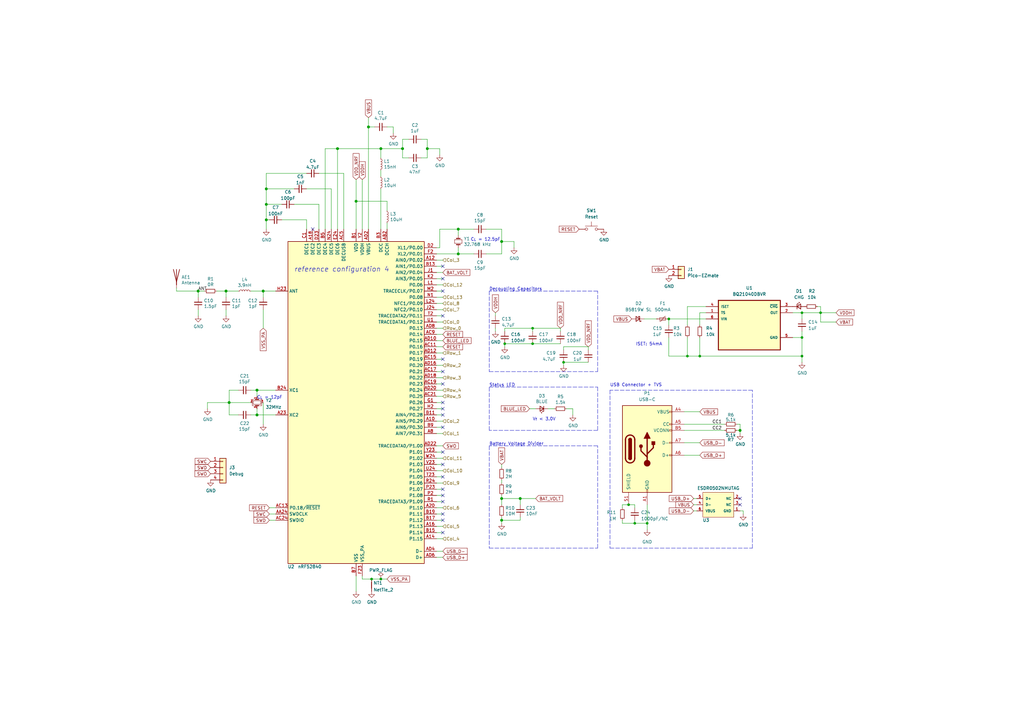
<source format=kicad_sch>
(kicad_sch (version 20240417) (generator "eeschema") (generator_version "8.99")
  (paper "A3")
  (title_block (title "Laptop Keyboard") (date "2024-06-02") (rev "V1.0") (company "Byran Technologies") (comment 1 "https://github.com/zhiayang/mikoto"))
  (text "C_{L} = 12pF" (at 105.41 163.83 0) (effects (font (size 1.27 1.27)) (justify left bottom)))
  (text "C_{L} = 12.5pF" (at 193.04 99.06 0) (effects (font (size 1.27 1.27)) (justify left bottom)))
  (text "Battery Voltage Divider" (at 200.66 182.88 0) (effects (font (size 1.27 1.27)) (justify left bottom)))
  (text "ISET: 54mA" (at 266.192 141.224 0) (effects (font (size 1.27 1.27))))
  (text "Decoupling Capacitors" (at 200.66 119.38 0) (effects (font (size 1.27 1.27)) (justify left bottom)))
  (text "USB Connector + TVS" (at 250.19 158.75 0) (effects (font (size 1.27 1.27)) (justify left bottom)))
  (text "reference configuration 4" (at 120.65 111.76 0) (effects (font (size 2 2) (italic yes)) (justify left bottom)))
  (text "Status LED" (at 200.66 158.75 0) (effects (font (size 1.27 1.27)) (justify left bottom)))
  (text "V_{f} < 3.0V" (at 218.44 172.72 0) (effects (font (size 1.27 1.27)) (justify left bottom)))
  (junction (at 156.21 237.49))
  (junction (at 207.01 140.97))
  (junction (at 109.22 90.17) (diameter 1.016))
  (junction (at 287.02 146.05))
  (junction (at 146.05 82.55) (diameter 1.016))
  (junction (at 109.22 77.47) (diameter 1.016))
  (junction (at 303.53 176.53) (diameter 1.016))
  (junction (at 328.93 146.05))
  (junction (at 93.98 165.1) (diameter 1.016))
  (junction (at 231.14 148.59))
  (junction (at 105.41 170.18) (diameter 1.016))
  (junction (at 260.35 214.63))
  (junction (at 213.36 204.47) (diameter 1.016))
  (junction (at 92.71 119.38) (diameter 1.016))
  (junction (at 175.26 60.96) (diameter 1.016))
  (junction (at 81.28 119.38) (diameter 1.016))
  (junction (at 105.41 160.02) (diameter 1.016))
  (junction (at 156.21 60.96) (diameter 1.016))
  (junction (at 328.93 128.27))
  (junction (at 218.44 134.62))
  (junction (at 109.22 83.82) (diameter 1.016))
  (junction (at 336.55 128.27))
  (junction (at 152.4 237.49))
  (junction (at 107.95 119.38) (diameter 1.016))
  (junction (at 328.93 138.43))
  (junction (at 187.96 104.14) (diameter 1.016))
  (junction (at 218.44 140.97))
  (junction (at 138.43 60.96) (diameter 1.016))
  (junction (at 274.32 130.81))
  (junction (at 205.74 204.47) (diameter 1.016))
  (junction (at 165.1 60.96) (diameter 1.016))
  (junction (at 187.96 93.98) (diameter 1.016))
  (junction (at 257.81 207.01))
  (junction (at 205.74 213.36) (diameter 1.016))
  (junction (at 281.94 146.05))
  (junction (at 151.13 52.07) (diameter 1.016))
  (junction (at 265.43 214.63))
  (junction (at 205.74 99.06) (diameter 1.016))
  (no_connect (at 181.61 185.42))
  (no_connect (at 181.61 200.66))
  (no_connect (at 181.61 114.3))
  (no_connect (at 303.53 207.01))
  (no_connect (at 181.61 203.2))
  (no_connect (at 181.61 175.26))
  (no_connect (at 181.61 170.18))
  (no_connect (at 181.61 109.22))
  (no_connect (at 181.61 195.58))
  (no_connect (at 181.61 152.4))
  (no_connect (at 181.61 167.64))
  (no_connect (at 181.61 190.5))
  (no_connect (at 303.53 204.47))
  (no_connect (at 181.61 165.1))
  (no_connect (at 181.61 157.48))
  (no_connect (at 181.61 210.82))
  (no_connect (at 181.61 147.32))
  (no_connect (at 181.61 129.54))
  (no_connect (at 181.61 213.36))
  (no_connect (at 181.61 205.74))
  (no_connect (at 128.27 93.98))
  (no_connect (at 181.61 119.38))
  (no_connect (at 181.61 218.44))
  (wire (pts (xy 115.57 90.17) (xy 125.73 90.17)))
  (wire (pts (xy 180.34 93.98) (xy 187.96 93.98)))
  (wire (pts (xy 107.95 119.38) (xy 107.95 121.92)))
  (wire (pts (xy 113.03 210.82) (xy 110.49 210.82)))
  (wire (pts (xy 205.74 204.47) (xy 213.36 204.47)))
  (wire (pts (xy 264.16 130.81) (xy 269.24 130.81)))
  (polyline (pts (xy 245.11 119.38) (xy 200.66 119.38)) (stroke (width 0) (type dash)))
  (wire (pts (xy 175.26 64.77) (xy 175.26 60.96)))
  (wire (pts (xy 105.41 160.02) (xy 105.41 162.56)))
  (polyline (pts (xy 245.11 224.79) (xy 245.11 182.88)) (stroke (width 0) (type dash)))
  (wire (pts (xy 203.2 134.62) (xy 203.2 135.89)))
  (wire (pts (xy 213.36 204.47) (xy 213.36 207.01)))
  (wire (pts (xy 207.01 140.97) (xy 218.44 140.97)))
  (wire (pts (xy 328.93 130.81) (xy 328.93 128.27)))
  (wire (pts (xy 165.1 57.15) (xy 167.64 57.15)))
  (wire (pts (xy 175.26 60.96) (xy 180.34 60.96)))
  (wire (pts (xy 336.55 125.73) (xy 336.55 128.27)))
  (wire (pts (xy 181.61 190.5) (xy 179.07 190.5)))
  (wire (pts (xy 180.34 60.96) (xy 180.34 63.5)))
  (wire (pts (xy 179.07 124.46) (xy 181.61 124.46)))
  (wire (pts (xy 72.39 119.38) (xy 81.28 119.38)))
  (wire (pts (xy 146.05 82.55) (xy 146.05 93.98)))
  (wire (pts (xy 181.61 152.4) (xy 179.07 152.4)))
  (wire (pts (xy 303.53 173.99) (xy 303.53 176.53)))
  (wire (pts (xy 280.67 173.99) (xy 297.18 173.99)))
  (wire (pts (xy 199.39 93.98) (xy 205.74 93.98)))
  (wire (pts (xy 109.22 90.17) (xy 110.49 90.17)))
  (wire (pts (xy 109.22 77.47) (xy 109.22 83.82)))
  (wire (pts (xy 107.95 127) (xy 107.95 134.62)))
  (wire (pts (xy 107.95 165.1) (xy 107.95 173.99)))
  (wire (pts (xy 72.39 118.11) (xy 72.39 119.38)))
  (wire (pts (xy 181.61 218.44) (xy 179.07 218.44)))
  (wire (pts (xy 284.48 209.55) (xy 285.75 209.55)))
  (wire (pts (xy 280.67 176.53) (xy 297.18 176.53)))
  (wire (pts (xy 181.61 220.98) (xy 179.07 220.98)))
  (wire (pts (xy 97.79 119.38) (xy 92.71 119.38)))
  (wire (pts (xy 281.94 146.05) (xy 287.02 146.05)))
  (wire (pts (xy 181.61 205.74) (xy 179.07 205.74)))
  (wire (pts (xy 135.89 77.47) (xy 135.89 93.98)))
  (wire (pts (xy 109.22 83.82) (xy 109.22 90.17)))
  (wire (pts (xy 328.93 146.05) (xy 328.93 148.59)))
  (wire (pts (xy 328.93 135.89) (xy 328.93 138.43)))
  (wire (pts (xy 172.72 57.15) (xy 175.26 57.15)))
  (wire (pts (xy 218.44 134.62) (xy 229.87 134.62)))
  (wire (pts (xy 125.73 93.98) (xy 125.73 90.17)))
  (wire (pts (xy 158.75 91.44) (xy 158.75 93.98)))
  (wire (pts (xy 289.56 128.27) (xy 287.02 128.27)))
  (wire (pts (xy 231.14 142.24) (xy 241.3 142.24)))
  (wire (pts (xy 92.71 119.38) (xy 92.71 121.92)))
  (wire (pts (xy 181.61 137.16) (xy 179.07 137.16)))
  (wire (pts (xy 260.35 207.01) (xy 260.35 208.28)))
  (wire (pts (xy 241.3 142.24) (xy 241.3 143.51)))
  (wire (pts (xy 175.26 57.15) (xy 175.26 60.96)))
  (wire (pts (xy 205.74 213.36) (xy 205.74 214.63)))
  (polyline (pts (xy 200.66 182.88) (xy 200.66 224.79)) (stroke (width 0) (type dash)))
  (wire (pts (xy 181.61 129.54) (xy 179.07 129.54)))
  (wire (pts (xy 165.1 60.96) (xy 165.1 64.77)))
  (wire (pts (xy 181.61 154.94) (xy 179.07 154.94)))
  (wire (pts (xy 187.96 93.98) (xy 194.31 93.98)))
  (wire (pts (xy 181.61 162.56) (xy 179.07 162.56)))
  (wire (pts (xy 97.79 170.18) (xy 93.98 170.18)))
  (wire (pts (xy 255.27 207.01) (xy 257.81 207.01)))
  (wire (pts (xy 165.1 57.15) (xy 165.1 60.96)))
  (wire (pts (xy 181.61 177.8) (xy 179.07 177.8)))
  (wire (pts (xy 105.41 167.64) (xy 105.41 170.18)))
  (wire (pts (xy 109.22 77.47) (xy 120.65 77.47)))
  (wire (pts (xy 302.26 173.99) (xy 303.53 173.99)))
  (wire (pts (xy 281.94 138.43) (xy 281.94 146.05)))
  (wire (pts (xy 181.61 109.22) (xy 179.07 109.22)))
  (wire (pts (xy 181.61 208.28) (xy 179.07 208.28)))
  (wire (pts (xy 93.98 165.1) (xy 93.98 160.02)))
  (wire (pts (xy 140.97 71.12) (xy 140.97 93.98)))
  (wire (pts (xy 156.21 64.77) (xy 156.21 60.96)))
  (wire (pts (xy 287.02 146.05) (xy 328.93 146.05)))
  (wire (pts (xy 146.05 236.22) (xy 146.05 242.57)))
  (wire (pts (xy 205.74 204.47) (xy 205.74 207.01)))
  (wire (pts (xy 156.21 72.39) (xy 156.21 69.85)))
  (polyline (pts (xy 200.66 152.4) (xy 245.11 152.4)) (stroke (width 0) (type dash)))
  (wire (pts (xy 287.02 128.27) (xy 287.02 133.35)))
  (wire (pts (xy 105.41 170.18) (xy 113.03 170.18)))
  (wire (pts (xy 81.28 119.38) (xy 83.82 119.38)))
  (wire (pts (xy 205.74 104.14) (xy 199.39 104.14)))
  (wire (pts (xy 179.07 226.06) (xy 181.61 226.06)))
  (wire (pts (xy 105.41 160.02) (xy 102.87 160.02)))
  (wire (pts (xy 205.74 190.5) (xy 205.74 191.77)))
  (wire (pts (xy 284.48 204.47) (xy 285.75 204.47)))
  (wire (pts (xy 325.12 128.27) (xy 328.93 128.27)))
  (wire (pts (xy 151.13 93.98) (xy 151.13 52.07)))
  (wire (pts (xy 93.98 165.1) (xy 85.09 165.1)))
  (polyline (pts (xy 245.11 158.75) (xy 245.11 176.53)) (stroke (width 0) (type dash)))
  (wire (pts (xy 181.61 228.6) (xy 179.07 228.6)))
  (wire (pts (xy 265.43 217.17) (xy 265.43 214.63)))
  (polyline (pts (xy 200.66 119.38) (xy 200.66 152.4)) (stroke (width 0) (type dash)))
  (wire (pts (xy 255.27 213.36) (xy 255.27 214.63)))
  (wire (pts (xy 181.61 182.88) (xy 179.07 182.88)))
  (wire (pts (xy 120.65 83.82) (xy 130.81 83.82)))
  (wire (pts (xy 109.22 71.12) (xy 125.73 71.12)))
  (wire (pts (xy 187.96 104.14) (xy 194.31 104.14)))
  (wire (pts (xy 110.49 208.28) (xy 113.03 208.28)))
  (wire (pts (xy 181.61 193.04) (xy 179.07 193.04)))
  (wire (pts (xy 110.49 213.36) (xy 113.03 213.36)))
  (wire (pts (xy 181.61 213.36) (xy 179.07 213.36)))
  (wire (pts (xy 181.61 167.64) (xy 179.07 167.64)))
  (wire (pts (xy 179.07 101.6) (xy 180.34 101.6)))
  (wire (pts (xy 302.26 176.53) (xy 303.53 176.53)))
  (wire (pts (xy 138.43 60.96) (xy 156.21 60.96)))
  (wire (pts (xy 234.95 167.64) (xy 234.95 170.18)))
  (wire (pts (xy 181.61 203.2) (xy 179.07 203.2)))
  (wire (pts (xy 181.61 147.32) (xy 179.07 147.32)))
  (polyline (pts (xy 245.11 176.53) (xy 200.66 176.53)) (stroke (width 0) (type dash)))
  (wire (pts (xy 328.93 138.43) (xy 325.12 138.43)))
  (wire (pts (xy 205.74 99.06) (xy 210.82 99.06)))
  (wire (pts (xy 260.35 213.36) (xy 260.35 214.63)))
  (wire (pts (xy 255.27 214.63) (xy 260.35 214.63)))
  (wire (pts (xy 181.61 165.1) (xy 179.07 165.1)))
  (wire (pts (xy 181.61 200.66) (xy 179.07 200.66)))
  (wire (pts (xy 203.2 128.27) (xy 203.2 129.54)))
  (wire (pts (xy 179.07 134.62) (xy 181.61 134.62)))
  (wire (pts (xy 274.32 146.05) (xy 281.94 146.05)))
  (wire (pts (xy 113.03 160.02) (xy 105.41 160.02)))
  (wire (pts (xy 161.29 52.07) (xy 161.29 54.61)))
  (wire (pts (xy 181.61 198.12) (xy 179.07 198.12)))
  (wire (pts (xy 181.61 160.02) (xy 179.07 160.02)))
  (wire (pts (xy 156.21 237.49) (xy 158.75 237.49)))
  (polyline (pts (xy 245.11 152.4) (xy 245.11 119.38)) (stroke (width 0) (type dash)))
  (wire (pts (xy 274.32 138.43) (xy 274.32 146.05)))
  (wire (pts (xy 125.73 77.47) (xy 135.89 77.47)))
  (wire (pts (xy 105.41 170.18) (xy 102.87 170.18)))
  (wire (pts (xy 179.07 139.7) (xy 181.61 139.7)))
  (wire (pts (xy 229.87 134.62) (xy 229.87 135.89)))
  (wire (pts (xy 232.41 167.64) (xy 234.95 167.64)))
  (wire (pts (xy 181.61 195.58) (xy 179.07 195.58)))
  (wire (pts (xy 109.22 90.17) (xy 109.22 93.98)))
  (wire (pts (xy 207.01 135.89) (xy 207.01 134.62)))
  (wire (pts (xy 93.98 160.02) (xy 97.79 160.02)))
  (wire (pts (xy 102.87 165.1) (xy 93.98 165.1)))
  (wire (pts (xy 130.81 83.82) (xy 130.81 93.98)))
  (polyline (pts (xy 245.11 182.88) (xy 200.66 182.88)) (stroke (width 0) (type dash)))
  (polyline (pts (xy 200.66 158.75) (xy 245.11 158.75)) (stroke (width 0) (type dash)))
  (wire (pts (xy 335.28 125.73) (xy 336.55 125.73)))
  (wire (pts (xy 304.8 209.55) (xy 303.53 209.55)))
  (wire (pts (xy 181.61 210.82) (xy 179.07 210.82)))
  (wire (pts (xy 179.07 185.42) (xy 181.61 185.42)))
  (wire (pts (xy 218.44 134.62) (xy 218.44 135.89)))
  (wire (pts (xy 205.74 99.06) (xy 205.74 104.14)))
  (wire (pts (xy 148.59 237.49) (xy 152.4 237.49)))
  (wire (pts (xy 187.96 96.52) (xy 187.96 93.98)))
  (wire (pts (xy 213.36 204.47) (xy 219.71 204.47)))
  (wire (pts (xy 92.71 127) (xy 92.71 129.54)))
  (wire (pts (xy 179.07 127) (xy 181.61 127)))
  (wire (pts (xy 88.9 119.38) (xy 92.71 119.38)))
  (wire (pts (xy 158.75 52.07) (xy 161.29 52.07)))
  (wire (pts (xy 181.61 175.26) (xy 179.07 175.26)))
  (wire (pts (xy 181.61 132.08) (xy 179.07 132.08)))
  (wire (pts (xy 181.61 111.76) (xy 179.07 111.76)))
  (wire (pts (xy 181.61 149.86) (xy 179.07 149.86)))
  (wire (pts (xy 93.98 170.18) (xy 93.98 165.1)))
  (wire (pts (xy 181.61 187.96) (xy 179.07 187.96)))
  (wire (pts (xy 113.03 119.38) (xy 107.95 119.38)))
  (wire (pts (xy 158.75 86.36) (xy 158.75 82.55)))
  (wire (pts (xy 138.43 93.98) (xy 138.43 60.96)))
  (wire (pts (xy 274.32 130.81) (xy 289.56 130.81)))
  (wire (pts (xy 109.22 71.12) (xy 109.22 77.47)))
  (wire (pts (xy 205.74 203.2) (xy 205.74 204.47)))
  (wire (pts (xy 328.93 138.43) (xy 328.93 146.05)))
  (wire (pts (xy 156.21 77.47) (xy 156.21 93.98)))
  (wire (pts (xy 181.61 172.72) (xy 179.07 172.72)))
  (wire (pts (xy 342.9 132.08) (xy 336.55 132.08)))
  (wire (pts (xy 102.87 119.38) (xy 107.95 119.38)))
  (wire (pts (xy 81.28 127) (xy 81.28 129.54)))
  (wire (pts (xy 133.35 60.96) (xy 138.43 60.96)))
  (wire (pts (xy 280.67 186.69) (xy 287.02 186.69)))
  (wire (pts (xy 180.34 101.6) (xy 180.34 93.98)))
  (wire (pts (xy 179.07 144.78) (xy 181.61 144.78)))
  (wire (pts (xy 303.53 176.53) (xy 303.53 177.8)))
  (wire (pts (xy 133.35 93.98) (xy 133.35 60.96)))
  (wire (pts (xy 151.13 52.07) (xy 151.13 48.26)))
  (wire (pts (xy 81.28 121.92) (xy 81.28 119.38)))
  (wire (pts (xy 181.61 157.48) (xy 179.07 157.48)))
  (polyline (pts (xy 250.19 224.79) (xy 308.61 224.79)) (stroke (width 0) (type dash)))
  (wire (pts (xy 284.48 207.01) (xy 285.75 207.01)))
  (polyline (pts (xy 200.66 224.79) (xy 245.11 224.79)) (stroke (width 0) (type dash)))
  (wire (pts (xy 257.81 207.01) (xy 260.35 207.01)))
  (wire (pts (xy 274.32 133.35) (xy 274.32 130.81)))
  (wire (pts (xy 213.36 213.36) (xy 213.36 212.09)))
  (wire (pts (xy 205.74 93.98) (xy 205.74 99.06)))
  (wire (pts (xy 153.67 52.07) (xy 151.13 52.07)))
  (wire (pts (xy 280.67 181.61) (xy 287.02 181.61)))
  (wire (pts (xy 289.56 125.73) (xy 281.94 125.73)))
  (wire (pts (xy 231.14 148.59) (xy 241.3 148.59)))
  (wire (pts (xy 156.21 60.96) (xy 165.1 60.96)))
  (wire (pts (xy 217.17 167.64) (xy 219.71 167.64)))
  (wire (pts (xy 109.22 83.82) (xy 115.57 83.82)))
  (wire (pts (xy 304.8 210.82) (xy 304.8 209.55)))
  (wire (pts (xy 172.72 64.77) (xy 175.26 64.77)))
  (wire (pts (xy 167.64 64.77) (xy 165.1 64.77)))
  (wire (pts (xy 181.61 215.9) (xy 179.07 215.9)))
  (wire (pts (xy 210.82 99.06) (xy 210.82 101.6)))
  (wire (pts (xy 181.61 121.92) (xy 179.07 121.92)))
  (wire (pts (xy 179.07 106.68) (xy 181.61 106.68)))
  (wire (pts (xy 218.44 140.97) (xy 229.87 140.97)))
  (wire (pts (xy 152.4 237.49) (xy 156.21 237.49)))
  (wire (pts (xy 328.93 128.27) (xy 336.55 128.27)))
  (wire (pts (xy 181.61 116.84) (xy 179.07 116.84)))
  (wire (pts (xy 265.43 214.63) (xy 265.43 207.01)))
  (wire (pts (xy 148.59 237.49) (xy 148.59 236.22)))
  (wire (pts (xy 130.81 71.12) (xy 140.97 71.12)))
  (wire (pts (xy 336.55 128.27) (xy 342.9 128.27)))
  (wire (pts (xy 179.07 142.24) (xy 181.61 142.24)))
  (polyline (pts (xy 250.19 160.02) (xy 250.19 224.79)) (stroke (width 0) (type dash)))
  (wire (pts (xy 260.35 214.63) (xy 265.43 214.63)))
  (wire (pts (xy 281.94 125.73) (xy 281.94 133.35)))
  (wire (pts (xy 205.74 213.36) (xy 213.36 213.36)))
  (wire (pts (xy 231.14 148.59) (xy 231.14 149.86)))
  (polyline (pts (xy 308.61 160.02) (xy 250.19 160.02)) (stroke (width 0) (type dash)))
  (wire (pts (xy 148.59 73.66) (xy 148.59 93.98)))
  (wire (pts (xy 85.09 165.1) (xy 85.09 167.64)))
  (wire (pts (xy 205.74 212.09) (xy 205.74 213.36)))
  (wire (pts (xy 255.27 208.28) (xy 255.27 207.01)))
  (wire (pts (xy 181.61 170.18) (xy 179.07 170.18)))
  (wire (pts (xy 336.55 132.08) (xy 336.55 128.27)))
  (wire (pts (xy 181.61 114.3) (xy 179.07 114.3)))
  (wire (pts (xy 179.07 104.14) (xy 187.96 104.14)))
  (polyline (pts (xy 308.61 224.79) (xy 308.61 160.02)) (stroke (width 0) (type dash)))
  (wire (pts (xy 146.05 73.66) (xy 146.05 82.55)))
  (wire (pts (xy 207.01 134.62) (xy 218.44 134.62)))
  (wire (pts (xy 187.96 104.14) (xy 187.96 101.6)))
  (wire (pts (xy 158.75 82.55) (xy 146.05 82.55)))
  (wire (pts (xy 205.74 198.12) (xy 205.74 196.85)))
  (wire (pts (xy 231.14 143.51) (xy 231.14 142.24)))
  (wire (pts (xy 224.79 167.64) (xy 227.33 167.64)))
  (wire (pts (xy 280.67 168.91) (xy 287.02 168.91)))
  (polyline (pts (xy 200.66 176.53) (xy 200.66 158.75)) (stroke (width 0) (type dash)))
  (wire (pts (xy 207.01 140.97) (xy 207.01 142.24)))
  (wire (pts (xy 287.02 138.43) (xy 287.02 146.05)))
  (wire (pts (xy 181.61 119.38) (xy 179.07 119.38)))
  (label "CC2" (at 292.1 176.53 0))
  (label "ANT" (at 81.28 119.38 0))
  (label "CC1" (at 292.1 173.99 0))
  (global_label "BLUE_LED" (shape input) (at 217.17 167.64 180) (property "Intersheetrefs" "${INTERSHEET_REFS}" (effects (hide yes))))
  (global_label "VBAT" (shape input) (at 274.32 110.49 180) (property "Intersheetrefs" "${INTERSHEET_REFS}" (effects (hide yes))))
  (global_label "VBUS" (shape input) (at 284.48 207.01 180) (property "Intersheetrefs" "${INTERSHEET_REFS}" (effects (hide yes))))
  (global_label "USB_D-" (shape input) (at 181.61 226.06 0) (property "Intersheetrefs" "${INTERSHEET_REFS}" (effects (hide yes))))
  (global_label "SWC" (shape input) (at 110.49 210.82 180) (property "Intersheetrefs" "${INTERSHEET_REFS}" (effects (hide yes))))
  (global_label "SWD" (shape input) (at 86.36 191.77 180) (property "Intersheetrefs" "${INTERSHEET_REFS}" (effects (hide yes))))
  (global_label "USB_D+" (shape input) (at 287.02 186.69 0) (property "Intersheetrefs" "${INTERSHEET_REFS}" (effects (hide yes))))
  (global_label "VDDH" (shape input) (at 203.2 128.27 90) (property "Intersheetrefs" "${INTERSHEET_REFS}" (effects (hide yes))))
  (global_label "BAT_VOLT" (shape input) (at 181.61 111.76 0) (property "Intersheetrefs" "${INTERSHEET_REFS}" (effects (hide yes))))
  (global_label "SWC" (shape input) (at 86.36 189.23 180) (property "Intersheetrefs" "${INTERSHEET_REFS}" (effects (hide yes))))
  (global_label "VBUS" (shape input) (at 287.02 168.91 0) (property "Intersheetrefs" "${INTERSHEET_REFS}" (effects (hide yes))))
  (global_label "RESET" (shape input) (at 110.49 208.28 180) (property "Intersheetrefs" "${INTERSHEET_REFS}" (effects (hide yes))))
  (global_label "RESET" (shape input) (at 237.49 93.98 180) (property "Intersheetrefs" "${INTERSHEET_REFS}" (effects (hide yes))))
  (global_label "VDD_NRF" (shape input) (at 229.87 134.62 90) (property "Intersheetrefs" "${INTERSHEET_REFS}" (effects (hide yes))))
  (global_label "RESET" (shape input) (at 181.61 142.24 0) (property "Intersheetrefs" "${INTERSHEET_REFS}" (effects (hide yes))))
  (global_label "SWO" (shape input) (at 86.36 194.31 180) (property "Intersheetrefs" "${INTERSHEET_REFS}" (effects (hide yes))))
  (global_label "USB_D+" (shape input) (at 181.61 228.6 0) (property "Intersheetrefs" "${INTERSHEET_REFS}" (effects (hide yes))))
  (global_label "USB_D-" (shape input) (at 287.02 181.61 0) (property "Intersheetrefs" "${INTERSHEET_REFS}" (effects (hide yes))))
  (global_label "VDD_NRF" (shape input) (at 241.3 142.24 90) (property "Intersheetrefs" "${INTERSHEET_REFS}" (effects (hide yes))))
  (global_label "VBUS" (shape input) (at 259.08 130.81 180) (property "Intersheetrefs" "${INTERSHEET_REFS}" (effects (hide yes))))
  (global_label "VDDH" (shape input) (at 342.9 128.27 0) (property "Intersheetrefs" "${INTERSHEET_REFS}" (effects (hide yes))))
  (global_label "VBAT" (shape input) (at 342.9 132.08 0) (property "Intersheetrefs" "${INTERSHEET_REFS}" (effects (hide yes))))
  (global_label "VSS_PA" (shape input) (at 158.75 237.49 0) (property "Intersheetrefs" "${INTERSHEET_REFS}" (effects (hide yes))))
  (global_label "USB_D+" (shape input) (at 284.48 204.47 180) (property "Intersheetrefs" "${INTERSHEET_REFS}" (effects (hide yes))))
  (global_label "BAT_VOLT" (shape input) (at 219.71 204.47 0) (property "Intersheetrefs" "${INTERSHEET_REFS}" (effects (hide yes))))
  (global_label "VDDH" (shape input) (at 148.59 73.66 90) (property "Intersheetrefs" "${INTERSHEET_REFS}" (effects (hide yes))))
  (global_label "SWD" (shape input) (at 110.49 213.36 180) (property "Intersheetrefs" "${INTERSHEET_REFS}" (effects (hide yes))))
  (global_label "VSS_PA" (shape input) (at 107.95 134.62 270) (property "Intersheetrefs" "${INTERSHEET_REFS}" (effects (hide yes))))
  (global_label "VDD_NRF" (shape input) (at 146.05 73.66 90) (property "Intersheetrefs" "${INTERSHEET_REFS}" (effects (hide yes))))
  (global_label "RESET" (shape input) (at 181.61 137.16 0) (property "Intersheetrefs" "${INTERSHEET_REFS}" (effects (hide yes))))
  (global_label "USB_D-" (shape input) (at 284.48 209.55 180) (property "Intersheetrefs" "${INTERSHEET_REFS}" (effects (hide yes))))
  (global_label "SWO" (shape input) (at 181.61 182.88 0) (property "Intersheetrefs" "${INTERSHEET_REFS}" (effects (hide yes))))
  (global_label "VBUS" (shape input) (at 151.13 48.26 90) (property "Intersheetrefs" "${INTERSHEET_REFS}" (effects (hide yes))))
  (global_label "BLUE_LED" (shape input) (at 181.61 139.7 0) (property "Intersheetrefs" "${INTERSHEET_REFS}" (effects (hide yes))))
  (global_label "VBAT" (shape input) (at 205.74 190.5 90) (property "Intersheetrefs" "${INTERSHEET_REFS}" (effects (hide yes))))
  (hierarchical_label "Row_2" (shape input) (at 181.61 149.86 0))
  (hierarchical_label "Col_1" (shape input) (at 181.61 177.8 0))
  (hierarchical_label "Col_11" (shape input) (at 181.61 187.96 0))
  (hierarchical_label "Col_5" (shape input) (at 181.61 215.9 0))
  (hierarchical_label "Col_8" (shape input) (at 181.61 124.46 0))
  (hierarchical_label "Col_3" (shape input) (at 181.61 106.68 0))
  (hierarchical_label "Col_12" (shape input) (at 181.61 116.84 0))
  (hierarchical_label "Col_6" (shape input) (at 181.61 208.28 0))
  (hierarchical_label "Col_9" (shape input) (at 181.61 198.12 0))
  (hierarchical_label "Col_0" (shape input) (at 181.61 132.08 0))
  (hierarchical_label "Row_5" (shape input) (at 181.61 162.56 0))
  (hierarchical_label "Row_1" (shape input) (at 181.61 144.78 0))
  (hierarchical_label "Col_4" (shape input) (at 181.61 220.98 0))
  (hierarchical_label "Row_3" (shape input) (at 181.61 154.94 0))
  (hierarchical_label "Row_0" (shape input) (at 181.61 134.62 0))
  (hierarchical_label "Row_4" (shape input) (at 181.61 160.02 0))
  (hierarchical_label "Col_13" (shape input) (at 181.61 121.92 0))
  (hierarchical_label "Col_10" (shape input) (at 181.61 193.04 0))
  (hierarchical_label "Col_2" (shape input) (at 181.61 172.72 0))
  (hierarchical_label "Col_7" (shape input) (at 181.61 127 0))
  (symbol (lib_id "Device:R_Small") (at 281.94 135.89 180) (unit 1)
    (property "Reference" "R3" (at 276.098 134.62 0) (effects (justify right)))
    (property "Value" "10k" (at 276.098 137.16 0) (effects (justify right)))
    (property "Footprint" "Resistor_SMD:R_0402_1005Metric" (effects (hide yes)))
    (property "LCSC Part" "C60490" (effects (hide yes)))
    (property "Manufacturer Part" "RC0402FR-0710KL" (effects (hide yes)))
    (property "JLC Part" "C25744" (effects (hide yes)))
  )
  (symbol (lib_id "Device:C_Small") (at 118.11 83.82 270) (unit 1)
    (property "Reference" "C6" (at 118.11 78.74 90))
    (property "Value" "100pF" (at 118.11 81.28 90))
    (property "Footprint" "Capacitor_SMD:C_0402_1005Metric" (effects (hide yes)))
    (property "LCSC Part" "C26409" (effects (hide yes)))
    (property "Digikey" "478-1082-1-ND" (effects (hide yes)))
    (property "Manufacturer Part" "CL05C101JB5NNNC" (effects (hide yes)))
    (property "JLC Part" "C1546" (effects (hide yes)))
  )
  (symbol (lib_id "Device:C_Small") (at 113.03 90.17 270) (unit 1)
    (property "Reference" "C7" (at 113.03 85.09 90))
    (property "Value" "100nF" (at 113.03 87.63 90))
    (property "Footprint" "Capacitor_SMD:C_0402_1005Metric" (effects (hide yes)))
    (property "LCSC Part" "C1525" (effects (hide yes)))
    (property "Digikey" "1276-6720-1-ND" (effects (hide yes)))
    (property "Manufacturer Part" "CL05B104KA5NNNC" (effects (hide yes)))
    (property "JLC Part" "C1525" (effects (hide yes)))
  )
  (symbol (lib_id "Device:L_Small") (at 156.21 67.31 0) (unit 1)
    (property "Reference" "L1" (at 157.4292 66.1416 0) (effects (justify left)))
    (property "Value" "15nH" (at 157.4292 68.453 0) (effects (justify left)))
    (property "Footprint" "Inductor_SMD:L_0402_1005Metric" (effects (hide yes)))
    (property "LCSC Part" "C76763" (effects (hide yes)))
    (property "Manufacturer Part" "MLG1005S15NJT000" (effects (hide yes)))
    (property "JLC Part" "C27143" (effects (hide yes)))
  )
  (symbol (lib_id "Device:R_Small") (at 229.87 167.64 270) (unit 1)
    (property "Reference" "R5" (at 229.87 162.6616 90))
    (property "Value" "1.5k" (at 229.87 164.973 90))
    (property "Footprint" "Resistor_SMD:R_0402_1005Metric" (effects (hide yes)))
    (property "LCSC Part" "C114759" (effects (hide yes)))
    (property "Manufacturer Part" "RC0402FR-071K5L" (effects (hide yes)))
    (property "JLC Part" "C25867" (effects (hide yes)))
  )
  (symbol (lib_id "power:GND") (at 152.4 242.57 0) (unit 1)
    (property "Reference" "#PWR022" (effects (hide yes)))
    (property "Value" "GND" (at 152.527 246.9642 0))
  )
  (symbol (lib_id "power:GND") (at 81.28 129.54 0) (unit 1)
    (property "Reference" "#PWR07" (effects (hide yes)))
    (property "Value" "GND" (at 81.407 133.9342 0))
  )
  (symbol (lib_id "power:GND") (at 210.82 101.6 0) (unit 1)
    (property "Reference" "#PWR05" (effects (hide yes)))
    (property "Value" "GND" (at 210.947 105.9942 0))
  )
  (symbol (lib_id "Device:NetTie_2") (at 152.4 240.03 270) (unit 1)
    (property "Reference" "NT1" (at 153.162 239.1215 90) (effects (justify left)))
    (property "Value" "NetTie_2" (at 153.162 241.8966 90) (effects (justify left)))
    (property "Footprint" "Mikoto-Footprints:net-tie-2-tiny" (effects (hide yes)))
  )
  (symbol (lib_id "Device:C_Small") (at 213.36 209.55 180) (unit 1)
    (property "Reference" "C23" (at 215.6968 208.3816 0) (effects (justify right)))
    (property "Value" "10nF" (at 215.6968 210.693 0) (effects (justify right)))
    (property "Footprint" "Capacitor_SMD:C_0402_1005Metric" (effects (hide yes)))
    (property "LCSC Part" "C15195" (effects (hide yes)))
    (property "Digikey" "1276-1499-1-ND" (effects (hide yes)))
    (property "Manufacturer Part" "CL05B103KB5NNNC" (effects (hide yes)))
    (property "JLC Part" "C15195" (effects (hide yes)))
  )
  (symbol (lib_id "Device:C_Small") (at 207.01 138.43 180) (unit 1)
    (property "Reference" "C16" (at 209.55 137.1535 0) (effects (justify right)))
    (property "Value" "100nF" (at 209.55 139.6935 0) (effects (justify right)))
    (property "Footprint" "Capacitor_SMD:C_0402_1005Metric" (effects (hide yes)))
    (property "LCSC Part" "C1525" (effects (hide yes)))
    (property "Digikey" "1276-6720-1-ND" (effects (hide yes)))
    (property "Manufacturer Part" "CL05B104KA5NNNC" (effects (hide yes)))
    (property "JLC Part" "C1525" (effects (hide yes)))
  )
  (symbol (lib_id "power:GND") (at 304.8 210.82 0) (unit 1)
    (property "Reference" "#PWR018" (effects (hide yes)))
    (property "Value" "GND" (at 304.927 215.2142 0))
  )
  (symbol (lib_id "power:GND") (at 180.34 63.5 0) (unit 1)
    (property "Reference" "#PWR02" (effects (hide yes)))
    (property "Value" "GND" (at 180.467 67.8942 0))
  )
  (symbol (lib_id "Device:C_Small") (at 328.93 133.35 0) (unit 1)
    (property "Reference" "C14" (at 331.47 132.0862 0) (effects (justify left)))
    (property "Value" "1uF" (at 331.47 134.6262 0) (effects (justify left)))
    (property "Footprint" "Capacitor_SMD:C_0402_1005Metric" (effects (hide yes)))
    (property "LCSC Part" "C52923" (effects (hide yes)))
    (property "Digikey" "1276-1067-1-ND" (effects (hide yes)))
    (property "Manufacturer Part" "CL05A105KO5NNNC" (effects (hide yes)))
    (property "JLC Part" "C52923" (effects (hide yes)))
  )
  (symbol (lib_id "power:GND") (at 107.95 173.99 0) (unit 1)
    (property "Reference" "#PWR015" (effects (hide yes)))
    (property "Value" "GND" (at 108.077 178.3842 0))
  )
  (symbol (lib_id "Device:LED_Small") (at 222.25 167.64 180) (unit 1)
    (property "Reference" "D3" (at 222.25 162.3822 0))
    (property "Value" "BLUE" (at 222.25 164.6936 0))
    (property "Footprint" "LED_SMD:LED_0603_1608Metric" (effects (hide yes)))
    (property "LCSC Part" "C146215" (effects (hide yes)))
    (property "Manufacturer Part" "19-217/BHC-ZL1M2RY/3T" (effects (hide yes)))
    (property "JLC Part" "C72041" (effects (hide yes)))
  )
  (symbol (lib_id "Device:C_Small") (at 218.44 138.43 180) (unit 1)
    (property "Reference" "C17" (at 220.98 137.1535 0) (effects (justify right)))
    (property "Value" "100nF" (at 220.98 139.6935 0) (effects (justify right)))
    (property "Footprint" "Capacitor_SMD:C_0402_1005Metric" (effects (hide yes)))
    (property "LCSC Part" "C1525" (effects (hide yes)))
    (property "Digikey" "1276-6720-1-ND" (effects (hide yes)))
    (property "Manufacturer Part" "CL05B104KA5NNNC" (effects (hide yes)))
    (property "JLC Part" "C1525" (effects (hide yes)))
  )
  (symbol (lib_id "Device:LED_Small") (at 327.66 125.73 0) (unit 1)
    (property "Reference" "D1" (at 327.7235 119.38 0))
    (property "Value" "CHG" (at 327.7235 121.92 0))
    (property "Footprint" "LED_SMD:LED_0603_1608Metric" (effects (hide yes)))
    (property "LCSC Part" "C160478" (effects (hide yes)))
    (property "Manufacturer Part" "19-217/S2C-AQ1R1B/3T" (effects (hide yes)))
    (property "JLC Part" "C72038" (effects (hide yes)))
  )
  (symbol (lib_id "power:GND") (at 205.74 214.63 0) (unit 1)
    (property "Reference" "#PWR019" (effects (hide yes)))
    (property "Value" "GND" (at 205.867 219.0242 0))
  )
  (symbol (lib_id "Device:D_Schottky_Small") (at 261.62 130.81 180) (unit 1)
    (property "Reference" "D2" (at 261.874 124.46 0))
    (property "Value" "B5819W SL" (at 261.874 127 0))
    (property "Footprint" "Diode_SMD:D_SOD-323" (effects (hide yes)))
    (property "LCSC Part" "C50704" (effects (hide yes)))
    (property "Manufacturer Part" "PMEG4010CEJ" (effects (hide yes)))
    (property "JLC Part" "C50704" (effects (hide yes)))
  )
  (symbol (lib_id "Device:C_Small") (at 170.18 64.77 270) (unit 1)
    (property "Reference" "C3" (at 170.18 68.2498 90))
    (property "Value" "47nF" (at 170.18 70.5612 90))
    (property "Footprint" "Capacitor_SMD:C_0402_1005Metric" (effects (hide yes)))
    (property "LCSC Part" "C307434" (effects (hide yes)))
    (property "Digikey" "1276-1077-1-ND" (effects (hide yes)))
    (property "Manufacturer Part" "CL05B473KO5NNNC" (effects (hide yes)))
    (property "JLC Part" "C26403" (effects (hide yes)))
  )
  (symbol (lib_id "Device:C_Small") (at 260.35 210.82 0) (unit 1)
    (property "Reference" "C24" (at 262.89 210.1913 0) (effects (justify left)))
    (property "Value" "1000pF/NC" (at 262.89 212.7313 0) (effects (justify left)))
    (property "Footprint" "Capacitor_SMD:C_0402_1005Metric" (effects (hide yes)))
    (property "Description" "Unpolarized capacitor, small symbol" (effects (hide yes)))
  )
  (symbol (lib_id "power:GND") (at 274.32 113.03 0) (unit 1)
    (property "Reference" "#PWR06" (effects (hide yes)))
    (property "Value" "GND" (at 274.447 117.4242 0))
  )
  (symbol (lib_id "Device:C_Small") (at 81.28 124.46 180) (unit 1)
    (property "Reference" "C10" (at 83.6168 123.2916 0) (effects (justify right)))
    (property "Value" "1.5pF" (at 83.6168 125.603 0) (effects (justify right)))
    (property "Footprint" "Capacitor_SMD:C_0402_1005Metric" (effects (hide yes)))
    (property "LCSC Part" "C170150" (effects (hide yes)))
    (property "Digikey" "1276-1658-1-ND" (effects (hide yes)))
    (property "Manufacturer Part" "CL05C1R5CB5NNNC" (effects (hide yes)))
    (property "JLC Part" "C1552" (effects (hide yes)))
  )
  (symbol (lib_id "Device:C_Small") (at 107.95 124.46 180) (unit 1)
    (property "Reference" "C12" (at 105.6132 123.2916 0) (effects (justify left)))
    (property "Value" "1pF" (at 105.6132 125.603 0) (effects (justify left)))
    (property "Footprint" "Capacitor_SMD:C_0402_1005Metric" (effects (hide yes)))
    (property "LCSC Part" "C371977" (effects (hide yes)))
    (property "Digikey" "1276-1595-1-ND" (effects (hide yes)))
    (property "Manufacturer Part" "CL05C010CB5NNNC" (effects (hide yes)))
    (property "JLC Part" "C1550" (effects (hide yes)))
  )
  (symbol (lib_id "power:GND") (at 109.22 93.98 0) (unit 1)
    (property "Reference" "#PWR03" (effects (hide yes)))
    (property "Value" "GND" (at 109.347 98.3742 0))
  )
  (symbol (lib_id "Device:C_Small") (at 100.33 160.02 270) (unit 1)
    (property "Reference" "C21" (at 100.33 154.2034 90))
    (property "Value" "15pF" (at 100.33 156.5148 90))
    (property "Footprint" "Capacitor_SMD:C_0402_1005Metric" (effects (hide yes)))
    (property "LCSC Part" "C307341" (effects (hide yes)))
    (property "Manufacturer Part" "CL05C150JB51PNC" (effects (hide yes)))
    (property "JLC Part" "C1548" (effects (hide yes)))
  )
  (symbol (lib_id "power:GND") (at 328.93 148.59 0) (unit 1)
    (property "Reference" "#PWR011" (effects (hide yes)))
    (property "Value" "GND" (at 329.057 152.9842 0))
  )
  (symbol (lib_id "mikoto:ESDR0502NMUTAG") (at 294.64 207.01 0) (unit 1)
    (property "Reference" "U3" (at 289.56 213.3304 0))
    (property "Value" "ESDR0502NMUTAG" (at 294.64 200.2305 0))
    (property "Footprint" "Mikoto-Footprints:UDFN-6_1.2x1.0mm_P0.4mm" (effects (hide yes)))
    (property "Datasheet" "http://www.onsemi.cn/pub_link/Collateral/ESDR0502N-D.PDF" (effects (hide yes)))
    (property "LCSC Part" "C327480" (effects (hide yes)))
    (property "Manufacturer Part" "ESDR0502NMUTBG" (effects (hide yes)))
    (property "JLC Part" "C327480" (effects (hide yes)))
  )
  (symbol (lib_id "power:GND") (at 303.53 177.8 0) (unit 1)
    (property "Reference" "#PWR016" (effects (hide yes)))
    (property "Value" "GND" (at 303.657 182.1942 0))
  )
  (symbol (lib_id "Device:C_Small") (at 231.14 146.05 180) (unit 1)
    (property "Reference" "C19" (at 227.965 144.7735 0) (effects (justify left)))
    (property "Value" "4.7uF" (at 227.965 147.3135 0) (effects (justify left)))
    (property "Footprint" "Capacitor_SMD:C_0402_1005Metric" (effects (hide yes)))
    (property "LCSC Part" "C368809" (effects (hide yes)))
    (property "Digikey" "1276-1784-1-ND" (effects (hide yes)))
    (property "Manufacturer Part" "CL05A475KP5NRNC" (effects (hide yes)))
    (property "JLC Part" "C23733" (effects (hide yes)))
  )
  (symbol (lib_id "Device:L_Small") (at 156.21 74.93 0) (unit 1)
    (property "Reference" "L2" (at 157.4292 73.7616 0) (effects (justify left)))
    (property "Value" "10uH" (at 157.4292 76.073 0) (effects (justify left)))
    (property "Footprint" "Inductor_SMD:L_0603_1608Metric" (effects (hide yes)))
    (property "LCSC Part" "C76732" (effects (hide yes)))
    (property "Manufacturer Part" "MLF1608E100KTD00" (effects (hide yes)))
    (property "JLC Part" "C1035" (effects (hide yes)))
  )
  (symbol (lib_id "Device:C_Small") (at 100.33 170.18 270) (unit 1)
    (property "Reference" "C22" (at 100.33 173.6598 90))
    (property "Value" "15pF" (at 100.33 175.9712 90))
    (property "Footprint" "Capacitor_SMD:C_0402_1005Metric" (effects (hide yes)))
    (property "LCSC Part" "C307341" (effects (hide yes)))
    (property "Manufacturer Part" "CL05C150JB51PNC" (effects (hide yes)))
    (property "JLC Part" "C1548" (effects (hide yes)))
  )
  (symbol (lib_id "Device:R_Small") (at 205.74 209.55 0) (unit 1)
    (property "Reference" "R10" (at 207.2386 208.3816 0) (effects (justify left)))
    (property "Value" "10M" (at 207.2386 210.693 0) (effects (justify left)))
    (property "Footprint" "Resistor_SMD:R_0402_1005Metric" (effects (hide yes)))
    (property "LCSC Part" "C138067" (effects (hide yes)))
    (property "Manufacturer Part" "RC0402FR-0710ML" (effects (hide yes)))
    (property "JLC Part" "C26082" (effects (hide yes)))
  )
  (symbol (lib_id "Device:R_Small") (at 332.74 125.73 270) (unit 1)
    (property "Reference" "R2" (at 332.994 119.38 90))
    (property "Value" "10k" (at 332.994 121.92 90))
    (property "Footprint" "Resistor_SMD:R_0402_1005Metric" (effects (hide yes)))
    (property "LCSC Part" "C60490" (effects (hide yes)))
    (property "Manufacturer Part" "RC0402FR-0710KL" (effects (hide yes)))
    (property "JLC Part" "C25744" (effects (hide yes)))
  )
  (symbol (lib_id "Device:Crystal_GND24_Small") (at 105.41 165.1 270) (unit 1)
    (property "Reference" "Y2" (at 108.9661 164.1915 90) (effects (justify left)))
    (property "Value" "32MHz" (at 108.9661 166.9666 90) (effects (justify left)))
    (property "Footprint" "Crystal:Crystal_SMD_2016-4Pin_2.0x1.6mm" (effects (hide yes)))
    (property "LCSC Part" "C2965584" (effects (hide yes)))
    (property "Digikey" "490-XRCGB32M000F1S1DR0CT-ND‎" (effects (hide yes)))
    (property "Manufacturer Part" "Q22FA1280001800" (effects (hide yes)))
    (property "JLC Part" "C255896" (effects (hide yes)))
  )
  (symbol (lib_id "power:GND") (at 85.09 167.64 0) (unit 1)
    (property "Reference" "#PWR013" (effects (hide yes)))
    (property "Value" "GND" (at 85.217 172.0342 0))
  )
  (symbol (lib_id "power:GND") (at 265.43 217.17 0) (unit 1)
    (property "Reference" "#PWR023" (effects (hide yes)))
    (property "Value" "GND" (at 265.43 222.25 0))
    (property "Description" "Power symbol creates a global label with name \"GND\" , ground" (effects (hide yes)))
  )
  (symbol (lib_id "Device:R_Small") (at 205.74 200.66 0) (unit 1)
    (property "Reference" "R9" (at 207.2386 199.4916 0) (effects (justify left)))
    (property "Value" "2M" (at 207.2386 201.803 0) (effects (justify left)))
    (property "Footprint" "Resistor_SMD:R_0402_1005Metric" (effects (hide yes)))
    (property "LCSC Part" "C138014" (effects (hide yes)))
    (property "Manufacturer Part" "RC0402FR-072ML" (effects (hide yes)))
    (property "JLC Part" "C138014" (effects (hide yes)))
  )
  (symbol (lib_id "Device:C_Small") (at 241.3 146.05 180) (unit 1)
    (property "Reference" "C20" (at 238.76 144.7735 0) (effects (justify left)))
    (property "Value" "1uF" (at 238.76 147.3135 0) (effects (justify left)))
    (property "Footprint" "Capacitor_SMD:C_0402_1005Metric" (effects (hide yes)))
    (property "LCSC Part" "C52923" (effects (hide yes)))
    (property "Digikey" "1276-1067-1-ND" (effects (hide yes)))
    (property "Manufacturer Part" "CL05A105KO5NNNC" (effects (hide yes)))
    (property "JLC Part" "C52923" (effects (hide yes)))
  )
  (symbol (lib_id "Device:Polyfuse_Small") (at 271.78 130.81 270) (unit 1)
    (property "Reference" "F1" (at 271.78 124.46 90))
    (property "Value" "500mA" (at 271.78 127 90))
    (property "Footprint" "Fuse:Fuse_0402_1005Metric" (effects (hide yes)))
    (property "LCSC Part" "C206938" (effects (hide yes)))
    (property "Manufacturer Part" "0402L050SLKR" (effects (hide yes)))
    (property "JLC Part" "C206938" (effects (hide yes)))
  )
  (symbol (lib_id "Device:C_Small") (at 229.87 138.43 180) (unit 1)
    (property "Reference" "C18" (at 232.41 137.1535 0) (effects (justify right)))
    (property "Value" "100nF" (at 232.41 139.6935 0) (effects (justify right)))
    (property "Footprint" "Capacitor_SMD:C_0402_1005Metric" (effects (hide yes)))
    (property "LCSC Part" "C1525" (effects (hide yes)))
    (property "Digikey" "1276-6720-1-ND" (effects (hide yes)))
    (property "Manufacturer Part" "CL05B104KA5NNNC" (effects (hide yes)))
    (property "JLC Part" "C1525" (effects (hide yes)))
  )
  (symbol (lib_id "power:PWR_FLAG") (at 156.21 237.49 0) (unit 1)
    (property "Reference" "#FLG01" (effects (hide yes)))
    (property "Value" "PWR_FLAG" (at 156.21 233.8855 0))
  )
  (symbol (lib_id "power:GND") (at 234.95 170.18 0) (unit 1)
    (property "Reference" "#PWR014" (effects (hide yes)))
    (property "Value" "GND" (at 235.077 174.5742 0))
  )
  (symbol (lib_id "Device:R_Small") (at 86.36 119.38 270) (unit 1)
    (property "Reference" "R1" (at 86.36 114.4016 90))
    (property "Value" "0R" (at 86.36 116.713 90))
    (property "Footprint" "Resistor_SMD:R_0402_1005Metric" (effects (hide yes)))
    (property "LCSC Part" "C106231" (effects (hide yes)))
    (property "Manufacturer Part" "RC0402FR-070RL" (effects (hide yes)))
    (property "JLC Part" "C17168" (effects (hide yes)))
  )
  (symbol (lib_id "Connector_Generic:Conn_01x04") (at 91.44 191.77 0) (unit 1)
    (property "Reference" "J3" (at 93.98 191.7699 0) (effects (justify left)))
    (property "Value" "Debug" (at 93.98 194.3099 0) (effects (justify left)))
    (property "Footprint" "Connector_PinHeader_2.54mm:PinHeader_1x04_P2.54mm_Vertical" (effects (hide yes)))
    (property "Description" "Generic connector, single row, 01x04, script generated (kicad-library-utils/schlib/autogen/connector/)" (effects (hide yes)))
  )
  (symbol (lib_id "power:GND") (at 86.36 196.85 0) (unit 1)
    (property "Reference" "#PWR017" (effects (hide yes)))
    (property "Value" "GND" (at 86.487 201.2442 0))
  )
  (symbol (lib_id "Device:L_Small") (at 158.75 88.9 0) (unit 1)
    (property "Reference" "L3" (at 159.9692 87.7316 0) (effects (justify left)))
    (property "Value" "10uH" (at 159.9692 90.043 0) (effects (justify left)))
    (property "Footprint" "Inductor_SMD:L_0603_1608Metric" (effects (hide yes)))
    (property "LCSC Part" "C76732" (effects (hide yes)))
    (property "Manufacturer Part" "MLF1608E100KTD00" (effects (hide yes)))
    (property "JLC Part" "C1035" (effects (hide yes)))
  )
  (symbol (lib_id "Device:R_Small") (at 205.74 194.31 0) (unit 1)
    (property "Reference" "R8" (at 207.2386 193.1416 0) (effects (justify left)))
    (property "Value" "2M" (at 207.2386 195.453 0) (effects (justify left)))
    (property "Footprint" "Resistor_SMD:R_0402_1005Metric" (effects (hide yes)))
    (property "LCSC Part" "C138014" (effects (hide yes)))
    (property "Manufacturer Part" "RC0402FR-072ML" (effects (hide yes)))
    (property "JLC Part" "C138014" (effects (hide yes)))
  )
  (symbol (lib_id "Device:R_Small") (at 299.72 176.53 90) (unit 1)
    (property "Reference" "R7" (at 299.72 180.34 90))
    (property "Value" "5.1k" (at 299.72 178.435 90))
    (property "Footprint" "Resistor_SMD:R_0402_1005Metric" (effects (hide yes)))
    (property "LCSC Part" "C105872" (effects (hide yes)))
    (property "Manufacturer Part" "RC0402FR-075K1L" (effects (hide yes)))
    (property "JLC Part" "C25905" (effects (hide yes)))
  )
  (symbol (lib_id "Device:C_Small") (at 203.2 132.08 180) (unit 1)
    (property "Reference" "C13" (at 205.74 130.8035 0) (effects (justify right)))
    (property "Value" "4.7uF" (at 205.74 133.3435 0) (effects (justify right)))
    (property "Footprint" "Capacitor_SMD:C_0402_1005Metric" (effects (hide yes)))
    (property "LCSC Part" "C368809" (effects (hide yes)))
    (property "Digikey" "1276-1784-1-ND" (effects (hide yes)))
    (property "Manufacturer Part" "CL05A475KP5NRNC" (effects (hide yes)))
    (property "JLC Part" "C23733" (effects (hide yes)))
  )
  (symbol (lib_id "power:GND") (at 161.29 54.61 0) (unit 1)
    (property "Reference" "#PWR01" (effects (hide yes)))
    (property "Value" "GND" (at 161.417 59.0042 0))
  )
  (symbol (lib_id "Device:R_Small") (at 255.27 210.82 180) (unit 1)
    (property "Reference" "R11" (at 252.73 210.185 0) (effects (justify left)))
    (property "Value" "1M" (at 252.73 212.725 0) (effects (justify left)))
    (property "Footprint" "Resistor_SMD:R_0402_1005Metric" (effects (hide yes)))
    (property "Description" "Resistor, small symbol" (effects (hide yes)))
  )
  (symbol (lib_id "Device:C_Small") (at 196.85 93.98 270) (unit 1)
    (property "Reference" "C8" (at 196.85 88.1634 90))
    (property "Value" "15pF" (at 196.85 90.4748 90))
    (property "Footprint" "Capacitor_SMD:C_0402_1005Metric" (effects (hide yes)))
    (property "LCSC Part" "C307341" (effects (hide yes)))
    (property "Manufacturer Part" "CL05C150JB51PNC" (effects (hide yes)))
    (property "JLC Part" "C1548" (effects (hide yes)))
  )
  (symbol (lib_id "MCU_Nordic:nRF52840") (at 146.05 165.1 0) (unit 1)
    (property "Reference" "U2" (at 119.38 232.41 0))
    (property "Value" "nRF52840" (at 127 232.41 0))
    (property "Footprint" "Package_DFN_QFN:Nordic_AQFN-73-1EP_7x7mm_P0.5mm" (effects (hide yes)))
    (property "Datasheet" "http://infocenter.nordicsemi.com/topic/com.nordic.infocenter.nrf52/dita/nrf52/chips/nrf52840.html" (effects (hide yes)))
    (property "LCSC Part" "C1851953" (effects (hide yes)))
    (property "Digikey" "1490-1071-1-ND" (effects (hide yes)))
    (property "Manufacturer Part" "NRF52840-QIAA-R" (effects (hide yes)))
    (property "JLC Part" "C1851953" (effects (hide yes)))
  )
  (symbol (lib_id "power:GND") (at 92.71 129.54 0) (unit 1)
    (property "Reference" "#PWR08" (effects (hide yes)))
    (property "Value" "GND" (at 92.837 133.9342 0))
  )
  (symbol (lib_id "Connector:USB_C_Plug_USB2.0") (at 265.43 184.15 0) (unit 1)
    (property "Reference" "P1" (at 265.43 161.29 0))
    (property "Value" "USB-C" (at 265.43 163.83 0))
    (property "Footprint" "Connector_USB:USB_C_Receptacle_HRO_TYPE-C-31-M-12" (effects (hide yes)))
    (property "Datasheet" "https://www.usb.org/sites/default/files/documents/usb_type-c.zip" (effects (hide yes)))
    (property "Description" "USB 2.0-only Type-C Plug connector" (effects (hide yes)))
  )
  (symbol (lib_id "Switch:SW_Push") (at 242.57 93.98 0) (unit 1)
    (property "Reference" "SW1" (at 242.57 86.36 0))
    (property "Value" "Reset" (at 242.57 88.9 0))
    (property "Footprint" "Button_Switch_SMD:SW_Push_1P1T_XKB_TS-1187A" (effects (hide yes)))
    (property "Description" "Push button switch, generic, two pins" (effects (hide yes)))
  )
  (symbol (lib_id "Device:C_Small") (at 128.27 71.12 270) (unit 1)
    (property "Reference" "C4" (at 128.27 66.04 90))
    (property "Value" "4.7uF" (at 128.27 68.58 90))
    (property "Footprint" "Capacitor_SMD:C_0402_1005Metric" (effects (hide yes)))
    (property "LCSC Part" "C368809" (effects (hide yes)))
    (property "Digikey" "1276-1784-1-ND" (effects (hide yes)))
    (property "Manufacturer Part" "CL05A475KP5NRNC" (effects (hide yes)))
    (property "JLC Part" "C23733" (effects (hide yes)))
  )
  (symbol (lib_id "power:GND") (at 203.2 135.89 0) (unit 1)
    (property "Reference" "#PWR09" (effects (hide yes)))
    (property "Value" "GND" (at 203.327 140.2842 0))
  )
  (symbol (lib_id "power:GND") (at 207.01 142.24 0) (unit 1)
    (property "Reference" "#PWR010" (effects (hide yes)))
    (property "Value" "GND" (at 207.137 146.6342 0))
  )
  (symbol (lib_id "Device:C_Small") (at 170.18 57.15 270) (unit 1)
    (property "Reference" "C2" (at 170.18 51.3334 90))
    (property "Value" "1uF" (at 170.18 53.6448 90))
    (property "Footprint" "Capacitor_SMD:C_0402_1005Metric" (effects (hide yes)))
    (property "LCSC Part" "C52923" (effects (hide yes)))
    (property "Digikey" "1276-1067-1-ND" (effects (hide yes)))
    (property "Manufacturer Part" "CL05A105KO5NNNC" (effects (hide yes)))
    (property "JLC Part" "C52923" (effects (hide yes)))
  )
  (symbol (lib_id "Device:R_Small") (at 299.72 173.99 90) (unit 1)
    (property "Reference" "R6" (at 299.72 170.18 90))
    (property "Value" "5.1k" (at 299.72 172.085 90))
    (property "Footprint" "Resistor_SMD:R_0402_1005Metric" (effects (hide yes)))
    (property "LCSC Part" "C105872" (effects (hide yes)))
    (property "Manufacturer Part" "RC0402FR-075K1L" (effects (hide yes)))
    (property "JLC Part" "C25905" (effects (hide yes)))
  )
  (symbol (lib_id "Device:R_Small") (at 287.02 135.89 180) (unit 1)
    (property "Reference" "R4" (at 289.56 134.6199 0) (effects (justify right)))
    (property "Value" "10k" (at 289.56 137.1599 0) (effects (justify right)))
    (property "Footprint" "Resistor_SMD:R_0402_1005Metric" (effects (hide yes)))
    (property "LCSC Part" "C60490" (effects (hide yes)))
    (property "Manufacturer Part" "RC0402FR-0710KL" (effects (hide yes)))
    (property "JLC Part" "C25744" (effects (hide yes)))
  )
  (symbol (lib_id "Device:C_Small") (at 92.71 124.46 180) (unit 1)
    (property "Reference" "C11" (at 95.0468 123.2916 0) (effects (justify right)))
    (property "Value" "1pF" (at 95.0468 125.603 0) (effects (justify right)))
    (property "Footprint" "Capacitor_SMD:C_0402_1005Metric" (effects (hide yes)))
    (property "LCSC Part" "C371977" (effects (hide yes)))
    (property "Digikey" "1276-1595-1-ND" (effects (hide yes)))
    (property "Manufacturer Part" "CL05C010CB5NNNC" (effects (hide yes)))
    (property "JLC Part" "C1550" (effects (hide yes)))
  )
  (symbol (lib_id "power:GND") (at 146.05 242.57 0) (unit 1)
    (property "Reference" "#PWR021" (effects (hide yes)))
    (property "Value" "GND" (at 146.177 246.9642 0))
  )
  (symbol (lib_id "Device:C_Small") (at 196.85 104.14 270) (unit 1)
    (property "Reference" "C9" (at 196.85 107.6198 90))
    (property "Value" "15pF" (at 196.85 109.9312 90))
    (property "Footprint" "Capacitor_SMD:C_0402_1005Metric" (effects (hide yes)))
    (property "LCSC Part" "C307341" (effects (hide yes)))
    (property "Manufacturer Part" "CL05C150JB51PNC" (effects (hide yes)))
    (property "JLC Part" "C1548" (effects (hide yes)))
  )
  (symbol (lib_id "Device:C_Small") (at 156.21 52.07 270) (unit 1)
    (property "Reference" "C1" (at 156.21 46.2534 90))
    (property "Value" "4.7uF" (at 156.21 48.5648 90))
    (property "Footprint" "Capacitor_SMD:C_0402_1005Metric" (effects (hide yes)))
    (property "LCSC Part" "C368809" (effects (hide yes)))
    (property "Digikey" "1276-1784-1-ND" (effects (hide yes)))
    (property "Manufacturer Part" "CL05A475KP5NRNC" (effects (hide yes)))
    (property "JLC Part" "C23733" (effects (hide yes)))
  )
  (symbol (lib_id "Device:Antenna") (at 72.39 113.03 0) (unit 1) (in_bom no)
    (property "Reference" "AE1" (at 74.4221 113.6661 0) (effects (justify left)))
    (property "Value" "Antenna" (at 74.4221 115.9648 0) (effects (justify left)))
    (property "Footprint" "Mikoto-Footprints:2.4GHz-meander-antenna-v2" (effects (hide yes)))
  )
  (symbol (lib_id "Device:Crystal_Small") (at 187.96 99.06 270) (unit 1)
    (property "Reference" "Y1" (at 190.1952 97.8916 90) (effects (justify left)))
    (property "Value" "32.768 kHz" (at 190.1952 100.203 90) (effects (justify left)))
    (property "Footprint" "Crystal:Crystal_SMD_2012-2Pin_2.0x1.2mm" (effects (hide yes)))
    (property "LCSC Part" "C97607" (effects (hide yes)))
    (property "Digikey" "728-1075-1-ND" (effects (hide yes)))
    (property "Manufacturer Part" "SC20S-12.5PF20PPM" (effects (hide yes)))
    (property "JLC Part" "C93231" (effects (hide yes)))
  )
  (symbol (lib_id "power:GND") (at 231.14 149.86 0) (unit 1)
    (property "Reference" "#PWR012" (effects (hide yes)))
    (property "Value" "GND" (at 231.267 154.2542 0))
  )
  (symbol (lib_id "power:GND") (at 247.65 93.98 0) (unit 1)
    (property "Reference" "#PWR04" (effects (hide yes)))
    (property "Value" "GND" (at 247.777 98.3742 0))
  )
  (symbol (lib_id "Device:C_Small") (at 274.32 135.89 0) (unit 1)
    (property "Reference" "C15" (at 267.716 134.62 0) (effects (justify left)))
    (property "Value" "1uF" (at 267.716 137.16 0) (effects (justify left)))
    (property "Footprint" "Capacitor_SMD:C_0402_1005Metric" (effects (hide yes)))
    (property "LCSC Part" "C52923" (effects (hide yes)))
    (property "Digikey" "1276-1067-1-ND" (effects (hide yes)))
    (property "Manufacturer Part" "CL05A105KO5NNNC" (effects (hide yes)))
    (property "JLC Part" "C52923" (effects (hide yes)))
  )
  (symbol (lib_id "bq21040:BQ21040DBVR") (at 307.34 133.35 0) (unit 1)
    (property "Reference" "U1" (at 307.34 118.11 0))
    (property "Value" "BQ21040DBVR" (at 307.34 120.65 0))
    (property "Footprint" "BQ21040:SOT95P280X145-6N" (effects (hide yes)))
    (property "MF" "Texas Instruments" (effects (hide yes)))
    (property "Description_1" "\n1-cell, 0.8-A Li-ion and Li-polymer battery charger\n" (effects (hide yes)))
    (property "Package" "SOT-23-6 Texas Instruments" (effects (hide yes)))
    (property "Price" "None" (effects (hide yes)))
    (property "SnapEDA_Link" "https://www.snapeda.com/parts/BQ21040DBVR/Texas+Instruments/view-part/?ref=snap" (effects (hide yes)))
    (property "MP" "BQ21040DBVR" (effects (hide yes)))
    (property "Purchase-URL" "https://www.snapeda.com/api/url_track_click_mouser/?unipart_id=505197&manufacturer=Texas Instruments&part_name=BQ21040DBVR&search_term=None" (effects (hide yes)))
    (property "Availability" "In Stock" (effects (hide yes)))
    (property "Check_prices" "https://www.snapeda.com/parts/BQ21040DBVR/Texas+Instruments/view-part/?ref=eda" (effects (hide yes)))
  )
  (symbol (lib_id "Device:C_Small") (at 123.19 77.47 270) (unit 1)
    (property "Reference" "C5" (at 123.19 72.39 90))
    (property "Value" "1nF" (at 123.19 74.93 90))
    (property "Footprint" "Capacitor_SMD:C_0402_1005Metric" (effects (hide yes)))
    (property "LCSC Part" "C14442" (effects (hide yes)))
    (property "Digikey" "1276-1032-1-ND" (effects (hide yes)))
    (property "Manufacturer Part" "CL05B102KB5NNNC" (effects (hide yes)))
    (property "JLC Part" "C1523" (effects (hide yes)))
  )
  (symbol (lib_id "Device:L_Small") (at 100.33 119.38 90) (unit 1)
    (property "Reference" "L4" (at 100.33 114.681 90))
    (property "Value" "3.9nH" (at 100.33 116.9924 90))
    (property "Footprint" "Inductor_SMD:L_0402_1005Metric" (effects (hide yes)))
    (property "LCSC Part" "C76775" (effects (hide yes)))
    (property "Manufacturer Part" "MLG1005S3N9BT000" (effects (hide yes)))
    (property "JLC Part" "C14033" (effects (hide yes)))
  )
  (symbol (lib_id "Connector_Generic:Conn_01x02") (at 279.4 110.49 0) (unit 1)
    (property "Reference" "J1" (at 281.94 110.4899 0) (effects (justify left)))
    (property "Value" "Pico-EZmate" (at 281.94 113.0299 0) (effects (justify left)))
    (property "Footprint" "Connector_Molex:Molex_Pico-EZmate_78171-0002_1x02-1MP_P1.20mm_Vertical" (effects (hide yes)))
    (property "Description" "Generic connector, single row, 01x02, script generated (kicad-library-utils/schlib/autogen/connector/)" (effects (hide yes)))
  )
)
</source>
